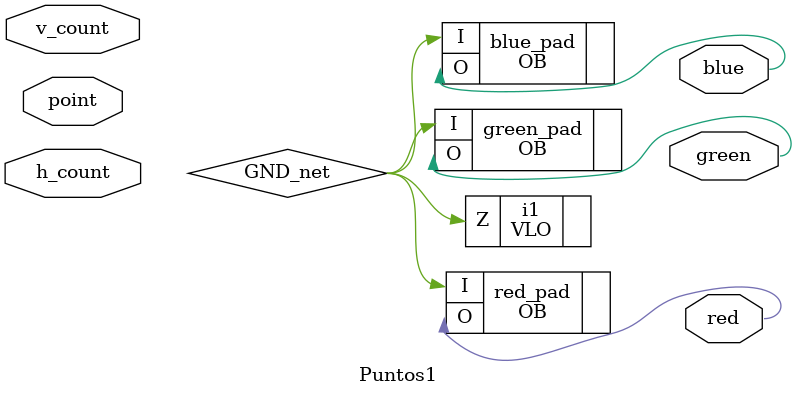
<source format=v>


module Puntos1 (point, h_count, v_count, red, green, blue);   /* synthesis lineinfo="@3(2[8],2[15])"*/
    input [3:0]point;   /* synthesis lineinfo="@3(4[14],4[19])"*/
    input [9:0]h_count;   /* synthesis lineinfo="@3(3[14],3[21])"*/
    input [9:0]v_count;   /* synthesis lineinfo="@3(3[22],3[29])"*/
    output red;   /* synthesis lineinfo="@3(5[9],5[12])"*/
    output green;   /* synthesis lineinfo="@3(5[13],5[18])"*/
    output blue;   /* synthesis lineinfo="@3(5[19],5[23])"*/
    
    
    wire GND_net, VCC_net;
    
    OB blue_pad (.I(GND_net), .O(blue));   /* synthesis lineinfo="@3(5[19],5[23])"*/
    OB green_pad (.I(GND_net), .O(green));   /* synthesis lineinfo="@3(5[13],5[18])"*/
    OB red_pad (.I(GND_net), .O(red));   /* synthesis lineinfo="@3(5[9],5[12])"*/
    VLO i1 (.Z(GND_net));
    VHI i112 (.Z(VCC_net));
    
endmodule

</source>
